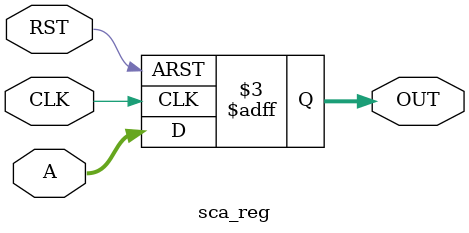
<source format=v>
/******************************************************************************
*** 																        ***
*** ECE 526 L Experiment #6B            Jose Luis Martinez, Spring, 2021    ***
***                                                                         ***
*** Experiment 6B - Sum of Products                                         ***
***                                                                         ***
*******************************************************************************
*** Filename: sca_reg.v        Created by Jose Luis Martinez, April 1, 2021 ***
***                                                                         ***
******************************************************************************/

`timescale 1ns/100ps

module sca_reg(OUT, A, RST, CLK);
	parameter SIZE = 4;
	input CLK, RST;
	input [SIZE-1:0] A;
	output reg [SIZE-1:0] OUT;

	always@(posedge CLK or negedge RST) begin
		if(!RST) begin 
			OUT <= 0;
		end else begin 
			OUT <= A; 
		end
	end
endmodule
</source>
